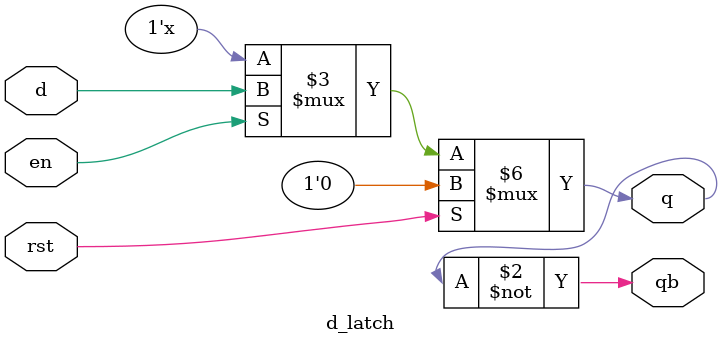
<source format=v>
`timescale 1ns / 1ps


module d_latch(output reg q,output qb,input d,en,rst);
    always @(d,en,rst)
    begin
        if(rst)
          q<=0;
        else
          begin
              if(en)
                q<=d;
          end      
    end
    assign qb=~q;
endmodule

</source>
